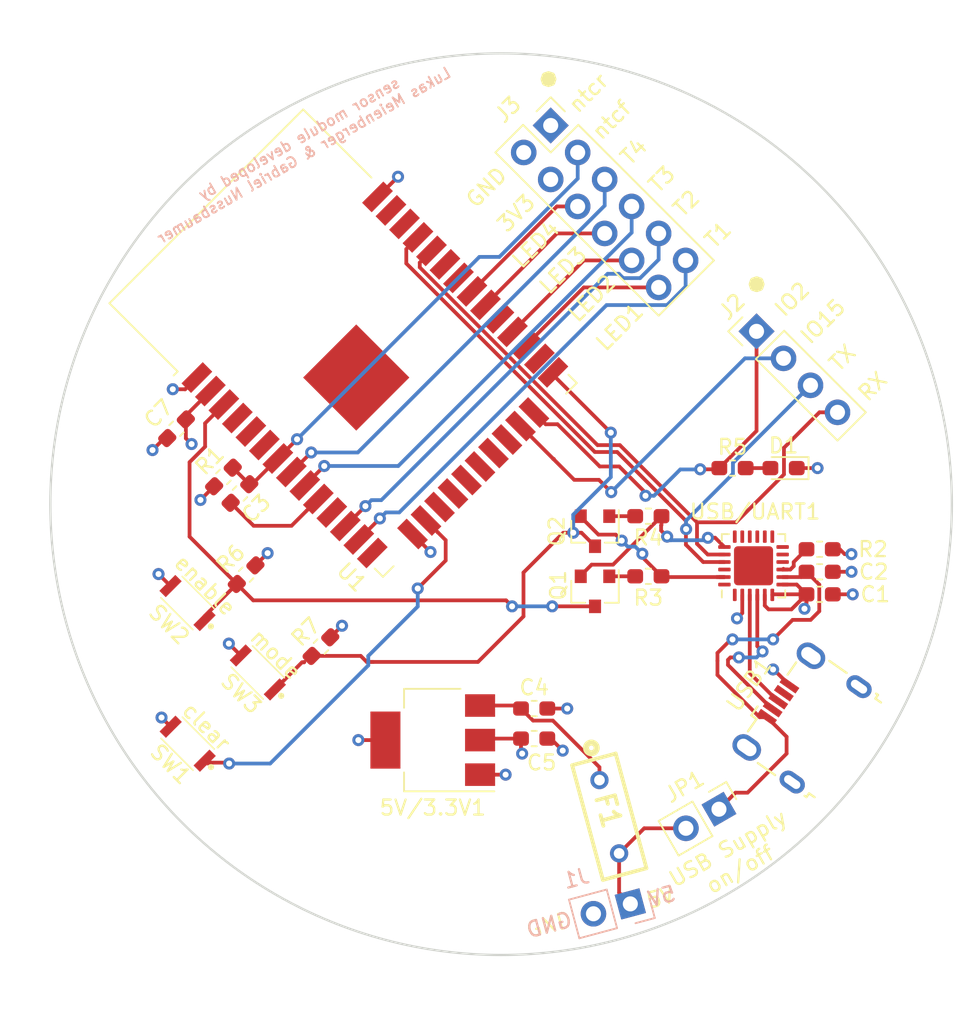
<source format=kicad_pcb>
(kicad_pcb (version 20171130) (host pcbnew "(5.1.4)-1")
  (title_block (title Sensorbaustein) (date 2019-10-19) (rev 1.7))
  (layers (0 F.Cu signal) (1 In1.Cu power hide) (2 In2.Cu power hide) (31 B.Cu signal) (34 B.Paste user) (35 F.Paste user) (36 B.SilkS user) (37 F.SilkS user) (38 B.Mask user) (39 F.Mask user) (44 Edge.Cuts user))
  (net 0 "")
  (net 1 +3V3)
  (net 2 VBUS)
  (net 3 D-)
  (net 4 D+)
  (net 5 RXD)
  (net 6 TXD)
  (net 7 GPIO_15)
  (net 8 GPIO_2)
  (net 9 CHIP_PU)
  (net 10 RTS)
  (net 11 "Net-(Q1-Pad1)")
  (net 12 "Net-(Q2-Pad1)")
  (net 13 DTR)
  (net 14 GPIO_0)
  (net 15 SysReset)
  (net 16 "Net-(USB1-Pad4)")
  (net 17 "Net-(USB/UART1-Pad25)")
  (net 18 "Net-(USB/UART1-Pad1)")
  (net 19 "Net-(USB/UART1-Pad10)")
  (net 20 "Net-(USB/UART1-Pad11)")
  (net 21 "Net-(USB/UART1-Pad12)")
  (net 22 "Net-(USB/UART1-Pad13)")
  (net 23 "Net-(USB/UART1-Pad14)")
  (net 24 "Net-(USB/UART1-Pad15)")
  (net 25 "Net-(USB/UART1-Pad16)")
  (net 26 "Net-(USB/UART1-Pad17)")
  (net 27 "Net-(USB/UART1-Pad18)")
  (net 28 "Net-(USB/UART1-Pad22)")
  (net 29 "Net-(USB/UART1-Pad24)")
  (net 30 LED1)
  (net 31 LED2)
  (net 32 touch1)
  (net 33 touch2)
  (net 34 touch3)
  (net 35 touch4)
  (net 36 LED4)
  (net 37 LED3)
  (net 38 /5V_2)
  (net 39 ntc)
  (net 40 "Net-(D1-Pad2)")
  (net 41 "Net-(R2-Pad2)")
  (net 42 "Net-(U1-Pad37)")
  (net 43 "Net-(U1-Pad36)")
  (net 44 "Net-(U1-Pad33)")
  (net 45 "Net-(U1-Pad32)")
  (net 46 "Net-(U1-Pad29)")
  (net 47 "Net-(U1-Pad26)")
  (net 48 "Net-(U1-Pad22)")
  (net 49 "Net-(U1-Pad21)")
  (net 50 "Net-(U1-Pad20)")
  (net 51 "Net-(U1-Pad19)")
  (net 52 "Net-(U1-Pad18)")
  (net 53 "Net-(U1-Pad17)")
  (net 54 "Net-(U1-Pad14)")
  (net 55 "Net-(U1-Pad11)")
  (net 56 "Net-(U1-Pad6)")
  (net 57 "Net-(U1-Pad5)")
  (net 58 "Net-(U1-Pad4)")
  (net 59 +1V1)
  (net 60 GND)
  (net 61 /5V_1)
  (module Resistor_SMD:R_0603_1608Metric_Pad1.05x0.95mm_HandSolder (layer F.Cu) (at 122.62 104.29 45)
    (fp_text reference R1 (at 0.120208 -2.97692 45) (layer F.SilkS))
    (fp_text value 100k)
    (pad 1 smd roundrect (at -0.875 0 45) (size 1.05 0.95) (layers F.Cu F.Paste F.Mask) (net 59 +1V1))
    (pad 2 smd roundrect (at 0.875 0 45) (size 1.05 0.95) (layers F.Cu F.Paste F.Mask) (net 39 ntc))
  )
  (module RF_Module:ESP32-WROOM-32 (layer F.Cu) (at 131.6 96.4 45)
    (fp_text reference U1 (at -10.61 8.43 135) (layer F.SilkS))
    (fp_text value ESP32-WROOM-32)
    (pad 38 smd rect (at 8.5 -8.255 45) (size 2 0.9) (layers F.Cu F.Paste F.Mask) (net 60 GND))
    (pad 37 smd rect (at 8.5 -6.985 45) (size 2 0.9) (layers F.Cu F.Paste F.Mask) (net 42 "Net-(U1-Pad37)"))
    (pad 36 smd rect (at 8.5 -5.715 45) (size 2 0.9) (layers F.Cu F.Paste F.Mask) (net 43 "Net-(U1-Pad36)"))
    (pad 35 smd rect (at 8.5 -4.445 45) (size 2 0.9) (layers F.Cu F.Paste F.Mask) (net 6 TXD))
    (pad 34 smd rect (at 8.5 -3.175 45) (size 2 0.9) (layers F.Cu F.Paste F.Mask) (net 5 RXD))
    (pad 33 smd rect (at 8.5 -1.905 45) (size 2 0.9) (layers F.Cu F.Paste F.Mask) (net 44 "Net-(U1-Pad33)"))
    (pad 32 smd rect (at 8.5 -0.635 45) (size 2 0.9) (layers F.Cu F.Paste F.Mask) (net 45 "Net-(U1-Pad32)"))
    (pad 31 smd rect (at 8.5 0.635 45) (size 2 0.9) (layers F.Cu F.Paste F.Mask) (net 36 LED4))
    (pad 30 smd rect (at 8.5 1.905 45) (size 2 0.9) (layers F.Cu F.Paste F.Mask) (net 37 LED3))
    (pad 29 smd rect (at 8.5 3.175 45) (size 2 0.9) (layers F.Cu F.Paste F.Mask) (net 46 "Net-(U1-Pad29)"))
    (pad 28 smd rect (at 8.5 4.445 45) (size 2 0.9) (layers F.Cu F.Paste F.Mask) (net 31 LED2))
    (pad 27 smd rect (at 8.5 5.715 45) (size 2 0.9) (layers F.Cu F.Paste F.Mask) (net 30 LED1))
    (pad 26 smd rect (at 8.5 6.985 45) (size 2 0.9) (layers F.Cu F.Paste F.Mask) (net 47 "Net-(U1-Pad26)"))
    (pad 25 smd rect (at 8.5 8.255 45) (size 2 0.9) (layers F.Cu F.Paste F.Mask) (net 14 GPIO_0))
    (pad 24 smd rect (at 5.715 9.255 135) (size 2 0.9) (layers F.Cu F.Paste F.Mask) (net 8 GPIO_2))
    (pad 23 smd rect (at 4.445 9.255 135) (size 2 0.9) (layers F.Cu F.Paste F.Mask) (net 7 GPIO_15))
    (pad 22 smd rect (at 3.175 9.255 135) (size 2 0.9) (layers F.Cu F.Paste F.Mask) (net 48 "Net-(U1-Pad22)"))
    (pad 21 smd rect (at 1.905 9.255 135) (size 2 0.9) (layers F.Cu F.Paste F.Mask) (net 49 "Net-(U1-Pad21)"))
    (pad 20 smd rect (at 0.635 9.255 135) (size 2 0.9) (layers F.Cu F.Paste F.Mask) (net 50 "Net-(U1-Pad20)"))
    (pad 19 smd rect (at -0.635 9.255 135) (size 2 0.9) (layers F.Cu F.Paste F.Mask) (net 51 "Net-(U1-Pad19)"))
    (pad 18 smd rect (at -1.905 9.255 135) (size 2 0.9) (layers F.Cu F.Paste F.Mask) (net 52 "Net-(U1-Pad18)"))
    (pad 17 smd rect (at -3.175 9.255 135) (size 2 0.9) (layers F.Cu F.Paste F.Mask) (net 53 "Net-(U1-Pad17)"))
    (pad 16 smd rect (at -4.445 9.255 135) (size 2 0.9) (layers F.Cu F.Paste F.Mask) (net 15 SysReset))
    (pad 15 smd rect (at -5.715 9.255 135) (size 2 0.9) (layers F.Cu F.Paste F.Mask) (net 60 GND))
    (pad 14 smd rect (at -8.5 8.255 45) (size 2 0.9) (layers F.Cu F.Paste F.Mask) (net 54 "Net-(U1-Pad14)"))
    (pad 13 smd rect (at -8.5 6.985 45) (size 2 0.9) (layers F.Cu F.Paste F.Mask) (net 32 touch1))
    (pad 12 smd rect (at -8.5 5.715 45) (size 2 0.9) (layers F.Cu F.Paste F.Mask) (net 33 touch2))
    (pad 11 smd rect (at -8.5 4.445 45) (size 2 0.9) (layers F.Cu F.Paste F.Mask) (net 55 "Net-(U1-Pad11)"))
    (pad 10 smd rect (at -8.5 3.175 45) (size 2 0.9) (layers F.Cu F.Paste F.Mask) (net 59 +1V1))
    (pad 9 smd rect (at -8.5 1.905 45) (size 2 0.9) (layers F.Cu F.Paste F.Mask) (net 34 touch3))
    (pad 8 smd rect (at -8.5 0.635 45) (size 2 0.9) (layers F.Cu F.Paste F.Mask) (net 35 touch4))
    (pad 7 smd rect (at -8.5 -0.635 45) (size 2 0.9) (layers F.Cu F.Paste F.Mask) (net 39 ntc))
    (pad 6 smd rect (at -8.5 -1.905 45) (size 2 0.9) (layers F.Cu F.Paste F.Mask) (net 56 "Net-(U1-Pad6)"))
    (pad 5 smd rect (at -8.5 -3.175 45) (size 2 0.9) (layers F.Cu F.Paste F.Mask) (net 57 "Net-(U1-Pad5)"))
    (pad 4 smd rect (at -8.5 -4.445 45) (size 2 0.9) (layers F.Cu F.Paste F.Mask) (net 58 "Net-(U1-Pad4)"))
    (pad 3 smd rect (at -8.5 -5.715 45) (size 2 0.9) (layers F.Cu F.Paste F.Mask) (net 9 CHIP_PU))
    (pad 2 smd rect (at -8.5 -6.985 45) (size 2 0.9) (layers F.Cu F.Paste F.Mask) (net 1 +3V3))
    (pad 1 smd rect (at -8.5 -8.255 45) (size 2 0.9) (layers F.Cu F.Paste F.Mask) (net 60 GND))
    (pad 39 smd rect (at -1 -0.755 45) (size 5 5) (layers F.Cu F.Paste F.Mask))
  )
  (module Connector_USB:USB_Micro-B_Wuerth_629105150521 (layer F.Cu) (at 160 119.2 55)
    (fp_text reference USB1 (at -0.205383 -4.1289 235) (layer F.SilkS))
    (fp_text value USB_B_Micro)
    (pad 1 smd rect (at -1.3 -1.9 55) (size 0.45 1.3) (layers F.Cu F.Paste F.Mask) (net 2 VBUS))
    (pad 2 smd rect (at -0.65 -1.9 55) (size 0.45 1.3) (layers F.Cu F.Paste F.Mask) (net 3 D-))
    (pad 3 smd rect (at 0 -1.9 55) (size 0.45 1.3) (layers F.Cu F.Paste F.Mask) (net 4 D+))
    (pad 4 smd rect (at 0.65 -1.9 55) (size 0.45 1.3) (layers F.Cu F.Paste F.Mask) (net 16 "Net-(USB1-Pad4)"))
    (pad 5 smd rect (at 1.3 -1.9 55) (size 0.45 1.3) (layers F.Cu F.Paste F.Mask) (net 60 GND))
    (pad 6 thru_hole oval (at -3.725 -1.85 55) (size 1.45 2) (drill oval 0.85 1.4) (layers *.Cu *.Mask) (net 60 GND))
    (pad 6 thru_hole oval (at 3.725 -1.85 55) (size 1.45 2) (drill oval 0.85 1.4) (layers *.Cu *.Mask) (net 60 GND))
    (pad 6 thru_hole oval (at -3.875 1.95 55) (size 1.15 1.8) (drill oval 0.55 1.2) (layers *.Cu *.Mask) (net 60 GND))
    (pad 6 thru_hole oval (at 3.875 1.95 55) (size 1.15 1.8) (drill oval 0.55 1.2) (layers *.Cu *.Mask) (net 60 GND))
    (pad "" np_thru_hole oval (at -2.5 -0.8 55) (size 0.8 0.8) (drill 0.8) (layers *.Cu *.Mask))
    (pad "" np_thru_hole oval (at 2.5 -0.8 55) (size 0.8 0.8) (drill 0.8) (layers *.Cu *.Mask))
  )
  (module Package_TO_SOT_SMD:SOT-23 (layer F.Cu) (at 146.25 110.8 270)
    (fp_text reference Q1 (at -0.4 2.45 90) (layer F.SilkS))
    (fp_text value MMBT3904)
    (pad 1 smd rect (at -1 -0.95 270) (size 0.9 0.8) (layers F.Cu F.Paste F.Mask) (net 11 "Net-(Q1-Pad1)"))
    (pad 2 smd rect (at -1 0.95 270) (size 0.9 0.8) (layers F.Cu F.Paste F.Mask) (net 10 RTS))
    (pad 3 smd rect (at 1 0 270) (size 0.9 0.8) (layers F.Cu F.Paste F.Mask) (net 9 CHIP_PU))
  )
  (module Package_TO_SOT_SMD:SOT-23 (layer F.Cu) (at 146.25 106.8 270)
    (fp_text reference Q2 (at 0 2.55 90) (layer F.SilkS))
    (fp_text value MMBT3904)
    (pad 1 smd rect (at -1 -0.95 270) (size 0.9 0.8) (layers F.Cu F.Paste F.Mask) (net 12 "Net-(Q2-Pad1)"))
    (pad 2 smd rect (at -1 0.95 270) (size 0.9 0.8) (layers F.Cu F.Paste F.Mask) (net 13 DTR))
    (pad 3 smd rect (at 1 0 270) (size 0.9 0.8) (layers F.Cu F.Paste F.Mask) (net 14 GPIO_0))
  )
  (module Package_DFN_QFN:QFN-24-1EP_4x4mm_P0.5mm_EP2.6x2.6mm (layer F.Cu) (at 156.8 109.1 90)
    (fp_text reference USB/UART1 (at 3.6 0.1 180) (layer F.SilkS))
    (fp_text value CP2104)
    (pad 25 smd roundrect (at 0 0 90) (size 2.6 2.6) (layers F.Cu F.Mask) (roundrect_rratio 0.096154) (net 17 "Net-(USB/UART1-Pad25)"))
    (pad 1 smd roundrect (at -1.9375 -1.25 90) (size 0.825 0.25) (layers F.Cu F.Paste F.Mask) (net 18 "Net-(USB/UART1-Pad1)"))
    (pad 2 smd roundrect (at -1.9375 -0.75 90) (size 0.825 0.25) (layers F.Cu F.Paste F.Mask) (net 60 GND))
    (pad 3 smd roundrect (at -1.9375 -0.25 90) (size 0.825 0.25) (layers F.Cu F.Paste F.Mask) (net 4 D+))
    (pad 4 smd roundrect (at -1.9375 0.25 90) (size 0.825 0.25) (layers F.Cu F.Paste F.Mask) (net 3 D-))
    (pad 5 smd roundrect (at -1.9375 0.75 90) (size 0.825 0.25) (layers F.Cu F.Paste F.Mask) (net 1 +3V3))
    (pad 6 smd roundrect (at -1.9375 1.25 90) (size 0.825 0.25) (layers F.Cu F.Paste F.Mask) (net 1 +3V3))
    (pad 7 smd roundrect (at -1.25 1.9375 90) (size 0.25 0.825) (layers F.Cu F.Paste F.Mask) (net 1 +3V3))
    (pad 8 smd roundrect (at -0.75 1.9375 90) (size 0.25 0.825) (layers F.Cu F.Paste F.Mask) (net 2 VBUS))
    (pad 9 smd roundrect (at -0.25 1.9375 90) (size 0.25 0.825) (layers F.Cu F.Paste F.Mask) (net 41 "Net-(R2-Pad2)"))
    (pad 10 smd roundrect (at 0.25 1.9375 90) (size 0.25 0.825) (layers F.Cu F.Paste F.Mask) (net 19 "Net-(USB/UART1-Pad10)"))
    (pad 11 smd roundrect (at 0.75 1.9375 90) (size 0.25 0.825) (layers F.Cu F.Paste F.Mask) (net 20 "Net-(USB/UART1-Pad11)"))
    (pad 12 smd roundrect (at 1.25 1.9375 90) (size 0.25 0.825) (layers F.Cu F.Paste F.Mask) (net 21 "Net-(USB/UART1-Pad12)"))
    (pad 13 smd roundrect (at 1.9375 1.25 90) (size 0.825 0.25) (layers F.Cu F.Paste F.Mask) (net 22 "Net-(USB/UART1-Pad13)"))
    (pad 14 smd roundrect (at 1.9375 0.75 90) (size 0.825 0.25) (layers F.Cu F.Paste F.Mask) (net 23 "Net-(USB/UART1-Pad14)"))
    (pad 15 smd roundrect (at 1.9375 0.25 90) (size 0.825 0.25) (layers F.Cu F.Paste F.Mask) (net 24 "Net-(USB/UART1-Pad15)"))
    (pad 16 smd roundrect (at 1.9375 -0.25 90) (size 0.825 0.25) (layers F.Cu F.Paste F.Mask) (net 25 "Net-(USB/UART1-Pad16)"))
    (pad 17 smd roundrect (at 1.9375 -0.75 90) (size 0.825 0.25) (layers F.Cu F.Paste F.Mask) (net 26 "Net-(USB/UART1-Pad17)"))
    (pad 18 smd roundrect (at 1.9375 -1.25 90) (size 0.825 0.25) (layers F.Cu F.Paste F.Mask) (net 27 "Net-(USB/UART1-Pad18)"))
    (pad 19 smd roundrect (at 1.25 -1.9375 90) (size 0.25 0.825) (layers F.Cu F.Paste F.Mask) (net 10 RTS))
    (pad 20 smd roundrect (at 0.75 -1.9375 90) (size 0.25 0.825) (layers F.Cu F.Paste F.Mask) (net 5 RXD))
    (pad 21 smd roundrect (at 0.25 -1.9375 90) (size 0.25 0.825) (layers F.Cu F.Paste F.Mask) (net 6 TXD))
    (pad 22 smd roundrect (at -0.25 -1.9375 90) (size 0.25 0.825) (layers F.Cu F.Paste F.Mask) (net 28 "Net-(USB/UART1-Pad22)"))
    (pad 23 smd roundrect (at -0.75 -1.9375 90) (size 0.25 0.825) (layers F.Cu F.Paste F.Mask) (net 13 DTR))
    (pad 24 smd roundrect (at -1.25 -1.9375 90) (size 0.25 0.825) (layers F.Cu F.Paste F.Mask) (net 29 "Net-(USB/UART1-Pad24)"))
  )
  (module Capacitor_SMD:C_0603_1608Metric_Pad1.05x0.95mm_HandSolder (layer F.Cu) (at 161.2 111)
    (fp_text reference C1 (at 3.7 0) (layer F.SilkS))
    (fp_text value 4.7uF)
    (pad 2 smd roundrect (at 0.875 0) (size 1.05 0.95) (layers F.Cu F.Paste F.Mask) (net 60 GND))
    (pad 1 smd roundrect (at -0.875 0) (size 1.05 0.95) (layers F.Cu F.Paste F.Mask) (net 1 +3V3))
  )
  (module LED_SMD:LED_0603_1608Metric_Pad1.05x0.95mm_HandSolder (layer F.Cu) (at 158.8 102.6 180)
    (fp_text reference D1 (at 0 1.5) (layer F.SilkS))
    (fp_text value 150060BS55040)
    (pad 1 smd roundrect (at -0.875 0 180) (size 1.05 0.95) (layers F.Cu F.Paste F.Mask) (net 60 GND))
    (pad 2 smd roundrect (at 0.875 0 180) (size 1.05 0.95) (layers F.Cu F.Paste F.Mask) (net 40 "Net-(D1-Pad2)"))
  )
  (module Resistor_SMD:R_0603_1608Metric_Pad1.05x0.95mm_HandSolder (layer F.Cu) (at 161.2 108 180)
    (fp_text reference R2 (at -3.55 0) (layer F.SilkS))
    (fp_text value 10k)
    (pad 1 smd roundrect (at -0.875 0 180) (size 1.05 0.95) (layers F.Cu F.Paste F.Mask) (net 1 +3V3))
    (pad 2 smd roundrect (at 0.875 0 180) (size 1.05 0.95) (layers F.Cu F.Paste F.Mask) (net 41 "Net-(R2-Pad2)"))
  )
  (module Resistor_SMD:R_0603_1608Metric_Pad1.05x0.95mm_HandSolder (layer F.Cu) (at 149.8 109.8 180)
    (fp_text reference R3 (at 0 -1.43) (layer F.SilkS))
    (fp_text value 10k)
    (pad 1 smd roundrect (at -0.875 0 180) (size 1.05 0.95) (layers F.Cu F.Paste F.Mask) (net 13 DTR))
    (pad 2 smd roundrect (at 0.875 0 180) (size 1.05 0.95) (layers F.Cu F.Paste F.Mask) (net 11 "Net-(Q1-Pad1)"))
  )
  (module Resistor_SMD:R_0603_1608Metric_Pad1.05x0.95mm_HandSolder (layer F.Cu) (at 149.8 105.8 180)
    (fp_text reference R4 (at 0 -1.43) (layer F.SilkS))
    (fp_text value 10k)
    (pad 2 smd roundrect (at 0.875 0 180) (size 1.05 0.95) (layers F.Cu F.Paste F.Mask) (net 12 "Net-(Q2-Pad1)"))
    (pad 1 smd roundrect (at -0.875 0 180) (size 1.05 0.95) (layers F.Cu F.Paste F.Mask) (net 10 RTS))
  )
  (module Resistor_SMD:R_0603_1608Metric_Pad1.05x0.95mm_HandSolder (layer F.Cu) (at 155.4 102.6 180)
    (fp_text reference R5 (at 0 1.4) (layer F.SilkS))
    (fp_text value 220)
    (pad 1 smd roundrect (at -0.875 0 180) (size 1.05 0.95) (layers F.Cu F.Paste F.Mask) (net 40 "Net-(D1-Pad2)"))
    (pad 2 smd roundrect (at 0.875 0 180) (size 1.05 0.95) (layers F.Cu F.Paste F.Mask) (net 8 GPIO_2))
  )
  (module Resistor_SMD:R_0603_1608Metric_Pad1.05x0.95mm_HandSolder (layer F.Cu) (at 123.03 109.69 225)
    (fp_text reference R6 (at -0.018019 1.476372 45) (layer F.SilkS))
    (fp_text value 10k)
    (pad 2 smd roundrect (at 0.875 0 225) (size 1.05 0.95) (layers F.Cu F.Paste F.Mask) (net 9 CHIP_PU))
    (pad 1 smd roundrect (at -0.875 0 225) (size 1.05 0.95) (layers F.Cu F.Paste F.Mask) (net 1 +3V3))
  )
  (module Resistor_SMD:R_0603_1608Metric_Pad1.05x0.95mm_HandSolder (layer F.Cu) (at 128.011282 114.478718 225)
    (fp_text reference R7 (at 0.023026 1.407142 45) (layer F.SilkS))
    (fp_text value 10k)
    (pad 2 smd roundrect (at 0.875 0 225) (size 1.05 0.95) (layers F.Cu F.Paste F.Mask) (net 14 GPIO_0))
    (pad 1 smd roundrect (at -0.875 0 225) (size 1.05 0.95) (layers F.Cu F.Paste F.Mask) (net 1 +3V3))
  )
  (module Capacitor_SMD:C_0603_1608Metric_Pad1.05x0.95mm_HandSolder (layer F.Cu) (at 118.4 99.981282 225)
    (fp_text reference C7 (at 0.141421 1.555635 45) (layer F.SilkS))
    (fp_text value 10uF)
    (pad 2 smd roundrect (at 0.875 0 225) (size 1.05 0.95) (layers F.Cu F.Paste F.Mask) (net 60 GND))
    (pad 1 smd roundrect (at -0.875 0 225) (size 1.05 0.95) (layers F.Cu F.Paste F.Mask) (net 1 +3V3))
  )
  (module Capacitor_SMD:C_0603_1608Metric_Pad1.05x0.95mm_HandSolder (layer F.Cu) (at 161.2 109.5)
    (fp_text reference C2 (at 3.6 0) (layer F.SilkS))
    (fp_text value 100nF)
    (pad 1 smd roundrect (at -0.875 0) (size 1.05 0.95) (layers F.Cu F.Paste F.Mask) (net 2 VBUS))
    (pad 2 smd roundrect (at 0.875 0) (size 1.05 0.95) (layers F.Cu F.Paste F.Mask) (net 60 GND))
  )
  (module Connector_PinHeader_2.54mm:PinHeader_1x02_P2.54mm_Vertical (layer B.Cu) (at 148.6 131.6 105)
    (fp_text reference J1 (at 2.573822 -3.037341 15) (layer B.SilkS) (effects (justify mirror)))
    (fp_text value Conn_01x02_Male)
    (pad 1 thru_hole rect (at 0 0 105) (size 1.7 1.7) (drill 1) (layers *.Cu *.Mask) (net 61 /5V_1))
    (pad 2 thru_hole oval (at 0 -2.54 105) (size 1.7 1.7) (drill 1) (layers *.Cu *.Mask) (net 60 GND))
  )
  (module Capacitor_SMD:C_0603_1608Metric_Pad1.05x0.95mm_HandSolder (layer F.Cu) (at 142.2 118.6)
    (fp_text reference C4 (at 0 -1.4) (layer F.SilkS))
    (fp_text value 10uF)
    (pad 2 smd roundrect (at 0.875 0) (size 1.05 0.95) (layers F.Cu F.Paste F.Mask) (net 60 GND))
    (pad 1 smd roundrect (at -0.875 0) (size 1.05 0.95) (layers F.Cu F.Paste F.Mask) (net 38 /5V_2))
  )
  (module Capacitor_SMD:C_0603_1608Metric_Pad1.05x0.95mm_HandSolder (layer F.Cu) (at 142.2 120.6)
    (fp_text reference C5 (at 0.5 1.6) (layer F.SilkS))
    (fp_text value 10uF)
    (pad 1 smd roundrect (at -0.875 0) (size 1.05 0.95) (layers F.Cu F.Paste F.Mask) (net 1 +3V3))
    (pad 2 smd roundrect (at 0.875 0) (size 1.05 0.95) (layers F.Cu F.Paste F.Mask) (net 60 GND))
  )
  (module Package_TO_SOT_SMD:SOT-223-3_TabPin2 (layer F.Cu) (at 135.45 120.7 180)
    (fp_text reference 5V/3.3V1 (at 0 -4.5) (layer F.SilkS))
    (fp_text value AZ1117EH-3.3TRG1)
    (pad 2 smd rect (at 3.15 0 180) (size 2 3.8) (layers F.Cu F.Paste F.Mask) (net 1 +3V3))
    (pad 2 smd rect (at -3.15 0 180) (size 2 1.5) (layers F.Cu F.Paste F.Mask) (net 1 +3V3))
    (pad 3 smd rect (at -3.15 2.3 180) (size 2 1.5) (layers F.Cu F.Paste F.Mask) (net 38 /5V_2))
    (pad 1 smd rect (at -3.15 -2.3 180) (size 2 1.5) (layers F.Cu F.Paste F.Mask) (net 60 GND))
  )
  (module Capacitor_SMD:C_0603_1608Metric_Pad1.05x0.95mm_HandSolder (layer F.Cu) (at 121.52 103.19 225)
    (fp_text reference C3 (at -0.049497 -3.033488 45) (layer F.SilkS))
    (fp_text value 1uF)
    (pad 1 smd roundrect (at -0.875 0 225) (size 1.05 0.95) (layers F.Cu F.Paste F.Mask) (net 39 ntc))
    (pad 2 smd roundrect (at 0.875 0 225) (size 1.05 0.95) (layers F.Cu F.Paste F.Mask) (net 60 GND))
  )
  (module RXEF050:RXEF050 (layer F.Cu) (at 147.2 125.8 285)
    (fp_text reference F1 (at -0.43163 -0.03882 105) (layer F.SilkS) (effects (font (size 1.27 1.27) (thickness 0.254))))
    (fp_text value RXEF065 hide)
    (pad 2 thru_hole circle (at 2.525 0 285) (size 1.21 1.21) (drill 0.71) (layers *.Cu *.Mask) (net 61 /5V_1))
    (pad 1 thru_hole circle (at -2.525 0 285) (size 1.21 1.21) (drill 0.71) (layers *.Cu *.Mask) (net 38 /5V_2))
  )
  (module Connector_PinHeader_2.54mm:PinHeader_1x04_P2.54mm_Vertical (layer F.Cu) (at 157 93.5 45)
    (fp_text reference J2 (at 0 -2.33 45) (layer F.SilkS))
    (fp_text value Conn_01x04_Male)
    (pad 1 thru_hole rect (at 0 0 45) (size 1.7 1.7) (drill 1) (layers *.Cu *.Mask) (net 8 GPIO_2))
    (pad 2 thru_hole oval (at 0 2.54 45) (size 1.7 1.7) (drill 1) (layers *.Cu *.Mask) (net 7 GPIO_15))
    (pad 3 thru_hole oval (at 0 5.08 45) (size 1.7 1.7) (drill 1) (layers *.Cu *.Mask) (net 6 TXD))
    (pad 4 thru_hole oval (at 0 7.62 45) (size 1.7 1.7) (drill 1) (layers *.Cu *.Mask) (net 5 RXD))
  )
  (module Connector_PinSocket_2.54mm:PinSocket_2x06_P2.54mm_Vertical (layer F.Cu) (at 143.3 79.8 45)
    (fp_text reference J3 (at -1.27 -2.77 45) (layer F.SilkS))
    (fp_text value Conn_02x06_Odd_Even)
    (pad 1 thru_hole rect (at 0 0 45) (size 1.7 1.7) (drill 1) (layers *.Cu *.Mask) (net 60 GND))
    (pad 2 thru_hole oval (at -2.54 0 45) (size 1.7 1.7) (drill 1) (layers *.Cu *.Mask) (net 60 GND))
    (pad 3 thru_hole oval (at 0 2.54 45) (size 1.7 1.7) (drill 1) (layers *.Cu *.Mask) (net 39 ntc))
    (pad 4 thru_hole oval (at -2.54 2.54 45) (size 1.7 1.7) (drill 1) (layers *.Cu *.Mask) (net 1 +3V3))
    (pad 5 thru_hole oval (at 0 5.08 45) (size 1.7 1.7) (drill 1) (layers *.Cu *.Mask) (net 35 touch4))
    (pad 6 thru_hole oval (at -2.54 5.08 45) (size 1.7 1.7) (drill 1) (layers *.Cu *.Mask) (net 36 LED4))
    (pad 7 thru_hole oval (at 0 7.62 45) (size 1.7 1.7) (drill 1) (layers *.Cu *.Mask) (net 34 touch3))
    (pad 8 thru_hole oval (at -2.54 7.62 45) (size 1.7 1.7) (drill 1) (layers *.Cu *.Mask) (net 37 LED3))
    (pad 9 thru_hole oval (at 0 10.16 45) (size 1.7 1.7) (drill 1) (layers *.Cu *.Mask) (net 33 touch2))
    (pad 10 thru_hole oval (at -2.54 10.16 45) (size 1.7 1.7) (drill 1) (layers *.Cu *.Mask) (net 31 LED2))
    (pad 11 thru_hole oval (at 0 12.7 45) (size 1.7 1.7) (drill 1) (layers *.Cu *.Mask) (net 32 touch1))
    (pad 12 thru_hole oval (at -2.54 12.7 45) (size 1.7 1.7) (drill 1) (layers *.Cu *.Mask) (net 30 LED1))
  )
  (module TL3780AF100QG:TL3750AF240QG (layer F.Cu) (at 119.14 120.94 135)
    (fp_text reference SW1 (at -0.155563 -1.767767 135) (layer F.SilkS))
    (fp_text value TL3780AF100QG hide)
    (pad 1 smd rect (at -1.6 0 135) (size 0.6 1.5) (layers F.Cu F.Paste F.Mask) (net 15 SysReset))
    (pad 2 smd rect (at 1.6 0 135) (size 0.6 1.5) (layers F.Cu F.Paste F.Mask) (net 60 GND))
  )
  (module TL3780AF100QG:TL3750AF240QG (layer F.Cu) (at 119.13 111.58 135)
    (fp_text reference SW2 (at -0.13435 -1.873833 135) (layer F.SilkS))
    (fp_text value TL3780AF100QG hide)
    (pad 2 smd rect (at 1.6 0 135) (size 0.6 1.5) (layers F.Cu F.Paste F.Mask) (net 60 GND))
    (pad 1 smd rect (at -1.6 0 135) (size 0.6 1.5) (layers F.Cu F.Paste F.Mask) (net 9 CHIP_PU))
  )
  (module TL3780AF100QG:TL3750AF240QG (layer F.Cu) (at 123.81 116.2 135)
    (fp_text reference SW3 (at -0.205061 -1.774838 135) (layer F.SilkS))
    (fp_text value TL3780AF100QG hide)
    (pad 2 smd rect (at 1.6 0 135) (size 0.6 1.5) (layers F.Cu F.Paste F.Mask) (net 60 GND))
    (pad 1 smd rect (at -1.6 0 135) (size 0.6 1.5) (layers F.Cu F.Paste F.Mask) (net 14 GPIO_0))
  )
  (module Connector_PinHeader_2.54mm:PinHeader_1x02_P2.54mm_Vertical (layer F.Cu) (at 154.5 125.3 300)
    (fp_text reference JP1 (at -2.449038 1.241858 210) (layer F.SilkS))
    (fp_text value Conn_01x02_Male)
    (pad 1 thru_hole rect (at 0 0 300) (size 1.7 1.7) (drill 1) (layers *.Cu *.Mask) (net 2 VBUS))
    (pad 2 thru_hole oval (at 0 2.54 300) (size 1.7 1.7) (drill 1) (layers *.Cu *.Mask) (net 61 /5V_1))
  )
  (module MountingHole:MountingHole_3.2mm_M3_ISO14580 (layer F.Cu) (at 114 105)
    (fp_text reference H1 hide)
    (fp_text value MountingHole)
    (pad 1 np_thru_hole circle (at 0 0) (size 3.2 3.2) (drill 3.2) (layers *.Cu *.Mask))
  )
  (module MountingHole:MountingHole_3.2mm_M3_ISO14580 (layer F.Cu) (at 166 105)
    (fp_text reference H2 hide)
    (fp_text value MountingHole)
    (pad 1 np_thru_hole circle (at 0 0) (size 3.2 3.2) (drill 3.2) (layers *.Cu *.Mask))
  )
  (gr_text "sensor module developed by \nLukas Meienberger & Gabriel Nussbaumer" (at 126.6 81.3 30) (layer B.SilkS) (effects (font (size 0.7 0.7) (thickness 0.125)) (justify mirror)))
  (gr_text "USB Supply\non/off" (at 155.5 128.6 30) (layer F.SilkS) (effects (font (size 1 1))))
  (gr_text mode (at 125 115 315) (layer F.SilkS) (effects (font (size 1 1))))
  (gr_text enable (at 120.3 110.4 315) (layer F.SilkS) (effects (font (size 1 1))))
  (gr_text clear (at 120.4 119.8 315) (layer F.SilkS) (effects (font (size 1 1))))
  (gr_text ° (at 157.58 90.94 45) (layer F.SilkS) (effects (font (size 2 2) (thickness 0.5))))
  (gr_text ° (at 143.73 77.29 45) (layer F.SilkS) (effects (font (size 2 2) (thickness 0.5))))
  (gr_text RX (at 164.73 97.17 45) (layer F.SilkS) (effects (font (size 1 1))))
  (gr_text TX (at 162.72 95.27 45) (layer F.SilkS) (effects (font (size 1 1))))
  (gr_text IO15 (at 161.42 92.84 45) (layer F.SilkS) (effects (font (size 1 1))))
  (gr_text IO2 (at 159.37 91.36 45) (layer F.SilkS) (effects (font (size 1 1))))
  (gr_text LED1 (at 147.89 93.22 45) (layer F.SilkS) (effects (font (size 1 1))))
  (gr_text LED2 (at 146.04 91.3 45) (layer F.SilkS) (effects (font (size 1 1))))
  (gr_text LED3 (at 144.13 89.45 45) (layer F.SilkS) (effects (font (size 1 1))))
  (gr_text LED4 (at 142.3 87.72 45) (layer F.SilkS) (effects (font (size 1 1))))
  (gr_text 3V3 (at 141.01 85.64 45) (layer F.SilkS) (effects (font (size 1 1))))
  (gr_text T1 (at 154.44 87.07 45) (layer F.SilkS) (effects (font (size 1 1))))
  (gr_text T2 (at 152.33 84.98 45) (layer F.SilkS) (effects (font (size 1 1))))
  (gr_text T4 (at 148.83 81.54 45) (layer F.SilkS) (effects (font (size 1 1))))
  (gr_text T3 (at 150.7 83.38 45) (layer F.SilkS) (effects (font (size 1 1))))
  (gr_text ntcf (at 147.35 79.43 45) (layer F.SilkS) (effects (font (size 1 1))))
  (gr_text GND (at 139.03 83.92 45) (layer F.SilkS) (effects (font (size 1 1))))
  (gr_text ntcr (at 145.8 77.62 45) (layer F.SilkS) (effects (font (size 1 1))))
  (gr_text GND (at 143.2 133 15) (layer F.SilkS) (effects (font (size 1 1))))
  (gr_text 5V (at 150.6 131.2 15) (layer F.SilkS) (effects (font (size 1 1))))
  (gr_text GND (at 143.2 133 15) (layer B.SilkS) (effects (font (size 1 1)) (justify mirror)))
  (gr_text 5V (at 150.7 131.1 15) (layer B.SilkS) (effects (font (size 1 1)) (justify mirror)))
  (gr_circle (center 140 105) (end 170 105) (layer Edge.Cuts) (width 0.15))
  (segment (start 158.0875 111) (end 158.05 111.0375) (width 0.25) (layer F.Cu) (net 1))
  (segment (start 160.325 111) (end 158.0875 111) (width 0.25) (layer F.Cu) (net 1))
  (segment (start 159.675 110.35) (end 160.325 111) (width 0.25) (layer F.Cu) (net 1))
  (segment (start 158.7375 110.35) (end 159.675 110.35) (width 0.25) (layer F.Cu) (net 1))
  (segment (start 159.325 112) (end 160.325 111) (width 0.25) (layer F.Cu) (net 1))
  (segment (start 157.8 112) (end 159.325 112) (width 0.25) (layer F.Cu) (net 1))
  (segment (start 157.55 111.0375) (end 157.55 111.75) (width 0.25) (layer F.Cu) (net 1))
  (segment (start 157.55 111.75) (end 157.8 112) (width 0.25) (layer F.Cu) (net 1))
  (segment (start 120.650451 97.471267) (end 120.650451 97.549549) (width 0.25) (layer F.Cu) (net 1))
  (segment (start 162.540364 108) (end 162.865374 108.32501) (width 0.25) (layer F.Cu) (net 1))
  (segment (start 162.075 108) (end 162.540364 108) (width 0.25) (layer F.Cu) (net 1))
  (segment (start 162.865374 108.32501) (end 163.31499 108.32501) (width 0.25) (layer F.Cu) (net 1))
  (segment (start 163.31499 108.32501) (end 163.34 108.32501) (width 0.25) (layer F.Cu) (net 1))
  (via (at 163.31499 108.32501) (size 0.8) (drill 0.4) (layers F.Cu B.Cu) (net 1))
  (segment (start 160.325 111.575) (end 160.19 111.71) (width 0.25) (layer F.Cu) (net 1))
  (segment (start 160.325 111) (end 160.325 111.575) (width 0.25) (layer F.Cu) (net 1))
  (segment (start 160.19 111.71) (end 160.19 111.96) (width 0.25) (layer F.Cu) (net 1))
  (segment (start 160.19 111.96) (end 160.19 111.96) (width 0.25) (layer F.Cu) (net 1))
  (via (at 160.19 111.96) (size 0.8) (drill 0.4) (layers F.Cu B.Cu) (net 1))
  (segment (start 119.018718 99.103) (end 119.018718 99.362564) (width 0.25) (layer F.Cu) (net 1))
  (segment (start 120.650451 97.471267) (end 119.018718 99.103) (width 0.25) (layer F.Cu) (net 1))
  (segment (start 138.7 120.6) (end 138.6 120.7) (width 0.25) (layer F.Cu) (net 1))
  (segment (start 141.325 120.6) (end 138.7 120.6) (width 0.25) (layer F.Cu) (net 1))
  (segment (start 141.325 120.6) (end 141.325 121.175) (width 0.25) (layer F.Cu) (net 1))
  (segment (start 132.3 120.7) (end 131.05 120.7) (width 0.25) (layer F.Cu) (net 1))
  (segment (start 131.05 120.7) (end 130.5 120.7) (width 0.25) (layer F.Cu) (net 1))
  (via (at 130.5 120.7) (size 0.8) (drill 0.4) (layers F.Cu B.Cu) (net 1))
  (via (at 119.4 101) (size 0.8) (drill 0.4) (layers F.Cu B.Cu) (net 1))
  (segment (start 119.018718 99.362564) (end 119.018718 100.618718) (width 0.25) (layer F.Cu) (net 1))
  (segment (start 119.018718 100.618718) (end 119.4 101) (width 0.25) (layer F.Cu) (net 1))
  (via (at 141.4 121.6) (size 0.8) (drill 0.4) (layers F.Cu B.Cu) (net 1))
  (segment (start 141.325 121.175) (end 141.325 121.525) (width 0.25) (layer F.Cu) (net 1))
  (segment (start 141.325 121.525) (end 141.4 121.6) (width 0.25) (layer F.Cu) (net 1))
  (via (at 129.41 113.09) (size 0.8) (drill 0.4) (layers F.Cu B.Cu) (net 1))
  (segment (start 128.63 113.86) (end 128.64 113.86) (width 0.25) (layer F.Cu) (net 1))
  (segment (start 128.64 113.86) (end 129.41 113.09) (width 0.25) (layer F.Cu) (net 1))
  (via (at 124.46 108.26) (size 0.8) (drill 0.4) (layers F.Cu B.Cu) (net 1))
  (segment (start 123.648718 109.071282) (end 124.46 108.26) (width 0.25) (layer F.Cu) (net 1))
  (segment (start 157.205686 119.175102) (end 154.4 116.369416) (width 0.25) (layer F.Cu) (net 2))
  (segment (start 157.697962 119.175102) (end 157.205686 119.175102) (width 0.25) (layer F.Cu) (net 2))
  (segment (start 154.4 116.369416) (end 154.4 115.422904) (width 0.25) (layer F.Cu) (net 2))
  (segment (start 154.4 115.422904) (end 154.4 114.9) (width 0.25) (layer F.Cu) (net 2))
  (segment (start 154.4 114.9) (end 155.3 114) (width 0.25) (layer F.Cu) (net 2))
  (via (at 155.4 114) (size 0.8) (drill 0.4) (layers F.Cu B.Cu) (net 2))
  (segment (start 155.3 114) (end 155.4 114) (width 0.25) (layer F.Cu) (net 2))
  (segment (start 155.4 114) (end 158.1 114) (width 0.25) (layer B.Cu) (net 2))
  (via (at 158.1 114) (size 0.8) (drill 0.4) (layers F.Cu B.Cu) (net 2))
  (segment (start 158.1 114) (end 158.125001 114.025001) (width 0.25) (layer B.Cu) (net 2))
  (segment (start 159.975 109.85) (end 158.7375 109.85) (width 0.25) (layer F.Cu) (net 2))
  (segment (start 160.325 109.5) (end 159.975 109.85) (width 0.25) (layer F.Cu) (net 2))
  (segment (start 161.17501 110.35001) (end 160.325 109.5) (width 0.25) (layer F.Cu) (net 2))
  (segment (start 161.17501 112.12499) (end 161.17501 110.35001) (width 0.25) (layer F.Cu) (net 2))
  (segment (start 160.6 112.7) (end 161.17501 112.12499) (width 0.25) (layer F.Cu) (net 2))
  (segment (start 158.1 114) (end 159.4 112.7) (width 0.25) (layer F.Cu) (net 2))
  (segment (start 159.4 112.7) (end 160.6 112.7) (width 0.25) (layer F.Cu) (net 2))
  (segment (start 155.6 124.2) (end 154.5 125.3) (width 0.25) (layer F.Cu) (net 2))
  (segment (start 156.4 124.2) (end 155.6 124.2) (width 0.25) (layer F.Cu) (net 2))
  (segment (start 159 121.6) (end 156.4 124.2) (width 0.25) (layer F.Cu) (net 2))
  (segment (start 157.697962 119.175102) (end 159 120.47714) (width 0.25) (layer F.Cu) (net 2))
  (segment (start 159 120.47714) (end 159 121.6) (width 0.25) (layer F.Cu) (net 2))
  (segment (start 157.05 111.0375) (end 157.05 114.45) (width 0.25) (layer F.Cu) (net 3))
  (segment (start 157.05 114.45) (end 157.4 114.8) (width 0.25) (layer F.Cu) (net 3))
  (via (at 157.4 114.8) (size 0.8) (drill 0.4) (layers F.Cu B.Cu) (net 3))
  (segment (start 157.000001 115.199999) (end 156.100001 115.199999) (width 0.25) (layer B.Cu) (net 3))
  (segment (start 157.4 114.8) (end 157.000001 115.199999) (width 0.25) (layer B.Cu) (net 3))
  (via (at 155.825 115.199999) (size 0.8) (drill 0.4) (layers F.Cu B.Cu) (net 3))
  (segment (start 156.100001 115.199999) (end 155.825 115.199999) (width 0.25) (layer B.Cu) (net 3))
  (segment (start 155.259315 115.199999) (end 155.1 115.359314) (width 0.25) (layer F.Cu) (net 3))
  (segment (start 155.825 115.199999) (end 155.259315 115.199999) (width 0.25) (layer F.Cu) (net 3))
  (segment (start 158.043436 118.642654) (end 158.070786 118.642654) (width 0.25) (layer F.Cu) (net 3))
  (segment (start 155.1 115.699218) (end 158.043436 118.642654) (width 0.25) (layer F.Cu) (net 3))
  (segment (start 155.1 115.359314) (end 155.1 115.699218) (width 0.25) (layer F.Cu) (net 3))
  (segment (start 158.416261 118.110205) (end 158.443611 118.110205) (width 0.25) (layer F.Cu) (net 4))
  (segment (start 156.55 116.243944) (end 158.416261 118.110205) (width 0.25) (layer F.Cu) (net 4))
  (segment (start 156.55 111.0375) (end 156.55 116.243944) (width 0.25) (layer F.Cu) (net 4))
  (segment (start 154.8625 108.35) (end 153.85 108.35) (width 0.25) (layer F.Cu) (net 5))
  (segment (start 153.85 108.35) (end 153.75 108.35) (width 0.25) (layer F.Cu) (net 5))
  (segment (start 153.037652 107.637652) (end 153.75 108.35) (width 0.25) (layer F.Cu) (net 5))
  (segment (start 153.037652 106.205732) (end 153.037652 107.637652) (width 0.25) (layer F.Cu) (net 5))
  (segment (start 161.186073 98.888154) (end 162.388154 98.888154) (width 0.25) (layer F.Cu) (net 5))
  (segment (start 158.82499 101.249237) (end 161.186073 98.888154) (width 0.25) (layer F.Cu) (net 5))
  (segment (start 158.82499 103.02052) (end 158.82499 101.249237) (width 0.25) (layer F.Cu) (net 5))
  (segment (start 155.639778 106.205732) (end 158.82499 103.02052) (width 0.25) (layer F.Cu) (net 5))
  (segment (start 153.037652 106.205732) (end 155.639778 106.205732) (width 0.25) (layer F.Cu) (net 5))
  (segment (start 147.90192 101.07) (end 153.037652 106.205732) (width 0.25) (layer F.Cu) (net 5))
  (segment (start 146.416965 101.07) (end 147.90192 101.07) (width 0.25) (layer F.Cu) (net 5))
  (segment (start 134.587527 89.240562) (end 146.416965 101.07) (width 0.25) (layer F.Cu) (net 5))
  (segment (start 135.365344 88.144528) (end 134.587527 88.922345) (width 0.25) (layer F.Cu) (net 5))
  (segment (start 134.587527 88.922345) (end 134.587527 89.240562) (width 0.25) (layer F.Cu) (net 5))
  (segment (start 154.8625 108.85) (end 153.45 108.85) (width 0.25) (layer F.Cu) (net 6))
  (segment (start 133.689501 88.978946) (end 133.689501 88.02432) (width 0.25) (layer F.Cu) (net 6))
  (segment (start 133.689501 88.02432) (end 134.467318 87.246503) (width 0.25) (layer F.Cu) (net 6))
  (segment (start 146.240555 101.53) (end 133.689501 88.978946) (width 0.25) (layer F.Cu) (net 6))
  (segment (start 147.72551 101.53) (end 146.240555 101.53) (width 0.25) (layer F.Cu) (net 6))
  (segment (start 153.45 108.85) (end 152.3 107.7) (width 0.25) (layer F.Cu) (net 6))
  (segment (start 152.3 106.10449) (end 147.72551 101.53) (width 0.25) (layer F.Cu) (net 6))
  (via (at 152.312652 106.66) (size 0.8) (drill 0.4) (layers F.Cu B.Cu) (net 6))
  (segment (start 152.3 107.7) (end 152.3 106.672652) (width 0.25) (layer F.Cu) (net 6))
  (segment (start 152.3 106.672652) (end 152.312652 106.66) (width 0.25) (layer F.Cu) (net 6))
  (segment (start 152.3 106.647348) (end 152.312652 106.66) (width 0.25) (layer F.Cu) (net 6))
  (segment (start 152.3 106.10449) (end 152.3 106.647348) (width 0.25) (layer F.Cu) (net 6))
  (segment (start 152.312652 106.094315) (end 155.43 102.976967) (width 0.25) (layer B.Cu) (net 6))
  (segment (start 152.312652 106.66) (end 152.312652 106.094315) (width 0.25) (layer B.Cu) (net 6))
  (segment (start 155.43 102.254204) (end 160.592102 97.092102) (width 0.25) (layer B.Cu) (net 6))
  (segment (start 155.43 102.976967) (end 155.43 102.254204) (width 0.25) (layer B.Cu) (net 6))
  (segment (start 143.476179 101.99) (end 143.51 101.99) (width 0.25) (layer F.Cu) (net 7))
  (segment (start 141.287363 99.801184) (end 143.476179 101.99) (width 0.25) (layer F.Cu) (net 7))
  (segment (start 143.476179 101.99) (end 143.486169 101.98001) (width 0.25) (layer F.Cu) (net 7))
  (via (at 147.327653 104.197653) (size 0.8) (drill 0.4) (layers F.Cu B.Cu) (net 7))
  (segment (start 147.18 104.05) (end 147.327653 104.197653) (width 0.25) (layer F.Cu) (net 7))
  (segment (start 156.229255 95.296051) (end 158.796051 95.296051) (width 0.25) (layer B.Cu) (net 7))
  (segment (start 147.327653 104.197653) (end 156.229255 95.296051) (width 0.25) (layer B.Cu) (net 7))
  (segment (start 147.327653 104.197653) (end 146.51 103.38) (width 0.25) (layer F.Cu) (net 7))
  (segment (start 144.866179 103.38) (end 143.476179 101.99) (width 0.25) (layer F.Cu) (net 7))
  (segment (start 146.51 103.38) (end 144.866179 103.38) (width 0.25) (layer F.Cu) (net 7))
  (segment (start 143.75512 99.680975) (end 146.564145 102.49) (width 0.25) (layer F.Cu) (net 8))
  (segment (start 142.185389 98.903158) (end 142.963206 99.680975) (width 0.25) (layer F.Cu) (net 8))
  (segment (start 142.963206 99.680975) (end 143.75512 99.680975) (width 0.25) (layer F.Cu) (net 8))
  (segment (start 146.564145 102.49) (end 147.86 102.49) (width 0.25) (layer F.Cu) (net 8))
  (segment (start 147.86 102.49) (end 149.71 104.34) (width 0.25) (layer F.Cu) (net 8))
  (via (at 149.610102 104.439898) (size 0.8) (drill 0.4) (layers F.Cu B.Cu) (net 8))
  (segment (start 149.71 104.34) (end 149.610102 104.439898) (width 0.25) (layer F.Cu) (net 8))
  (segment (start 150.175787 104.439898) (end 151.925685 102.69) (width 0.25) (layer B.Cu) (net 8))
  (segment (start 149.610102 104.439898) (end 150.175787 104.439898) (width 0.25) (layer B.Cu) (net 8))
  (via (at 153.25 102.68) (size 0.8) (drill 0.4) (layers F.Cu B.Cu) (net 8))
  (segment (start 151.925685 102.69) (end 153.24 102.69) (width 0.25) (layer B.Cu) (net 8))
  (segment (start 153.24 102.69) (end 153.25 102.68) (width 0.25) (layer B.Cu) (net 8))
  (segment (start 154.445 102.68) (end 154.525 102.6) (width 0.25) (layer F.Cu) (net 8))
  (segment (start 153.25 102.68) (end 154.445 102.68) (width 0.25) (layer F.Cu) (net 8))
  (segment (start 157 100.125) (end 154.525 102.6) (width 0.25) (layer F.Cu) (net 8))
  (segment (start 157 93.5) (end 157 100.125) (width 0.25) (layer F.Cu) (net 8))
  (via (at 143.4 111.8) (size 0.8) (drill 0.4) (layers F.Cu B.Cu) (net 9))
  (segment (start 143.4 111.8) (end 146.25 111.8) (width 0.25) (layer F.Cu) (net 9))
  (segment (start 143.3 111.9) (end 143.4 111.8) (width 0.25) (layer B.Cu) (net 9))
  (segment (start 143.28 111.68) (end 143.4 111.8) (width 0.25) (layer B.Cu) (net 9))
  (via (at 140.73 111.8) (size 0.8) (drill 0.4) (layers F.Cu B.Cu) (net 9))
  (segment (start 143.4 111.8) (end 140.73 111.8) (width 0.25) (layer B.Cu) (net 9))
  (segment (start 120.3 101.173002) (end 119.264999 102.208003) (width 0.25) (layer F.Cu) (net 9))
  (segment (start 121.548477 98.369292) (end 120.3 99.617769) (width 0.25) (layer F.Cu) (net 9))
  (segment (start 120.3 99.617769) (end 120.3 101.173002) (width 0.25) (layer F.Cu) (net 9))
  (segment (start 122.705446 110.508718) (end 122.711282 110.508718) (width 0.25) (layer F.Cu) (net 9))
  (segment (start 120.261371 112.458629) (end 120.261371 112.711371) (width 0.25) (layer F.Cu) (net 9))
  (segment (start 122.411282 110.308718) (end 120.261371 112.458629) (width 0.25) (layer F.Cu) (net 9))
  (segment (start 123.502565 111.400001) (end 122.411282 110.308718) (width 0.25) (layer F.Cu) (net 9))
  (segment (start 140.73 111.8) (end 140.330001 111.400001) (width 0.25) (layer F.Cu) (net 9))
  (segment (start 140.330001 111.400001) (end 123.502565 111.400001) (width 0.25) (layer F.Cu) (net 9))
  (segment (start 119.264999 107.162435) (end 119.264999 102.208003) (width 0.25) (layer F.Cu) (net 9))
  (segment (start 122.411282 110.308718) (end 119.264999 107.162435) (width 0.25) (layer F.Cu) (net 9))
  (segment (start 150.175928 106.299072) (end 150.675 105.8) (width 0.25) (layer F.Cu) (net 10))
  (segment (start 147.450001 109.024999) (end 150.175928 106.299072) (width 0.25) (layer F.Cu) (net 10))
  (segment (start 146.025001 109.024999) (end 147.450001 109.024999) (width 0.25) (layer F.Cu) (net 10))
  (segment (start 145.3 109.75) (end 146.025001 109.024999) (width 0.25) (layer F.Cu) (net 10))
  (segment (start 145.3 109.8) (end 145.3 109.75) (width 0.25) (layer F.Cu) (net 10))
  (segment (start 150.675 105.8) (end 150.675 106.375) (width 0.25) (layer F.Cu) (net 10))
  (via (at 153.762653 107.237347) (size 0.8) (drill 0.4) (layers F.Cu B.Cu) (net 10))
  (segment (start 152.265685 107.4) (end 153.6 107.4) (width 0.25) (layer B.Cu) (net 10))
  (segment (start 153.6 107.4) (end 153.762653 107.237347) (width 0.25) (layer B.Cu) (net 10))
  (segment (start 154.249847 107.237347) (end 154.8625 107.85) (width 0.25) (layer F.Cu) (net 10))
  (segment (start 153.762653 107.237347) (end 154.249847 107.237347) (width 0.25) (layer F.Cu) (net 10))
  (via (at 151.05 107.16) (size 0.8) (drill 0.4) (layers F.Cu B.Cu) (net 10))
  (segment (start 152.265685 107.4) (end 151.29 107.4) (width 0.25) (layer B.Cu) (net 10))
  (segment (start 151.29 107.4) (end 151.05 107.16) (width 0.25) (layer B.Cu) (net 10))
  (segment (start 150.650001 106.399999) (end 150.675 106.375) (width 0.25) (layer F.Cu) (net 10))
  (segment (start 150.650001 106.760001) (end 150.650001 106.399999) (width 0.25) (layer F.Cu) (net 10))
  (segment (start 151.05 107.16) (end 150.650001 106.760001) (width 0.25) (layer F.Cu) (net 10))
  (segment (start 148.925 109.8) (end 147.2 109.8) (width 0.25) (layer F.Cu) (net 11))
  (segment (start 148.925 105.8) (end 147.2 105.8) (width 0.25) (layer F.Cu) (net 12))
  (segment (start 145.3 105.8) (end 145.3 105.85) (width 0.25) (layer F.Cu) (net 13))
  (segment (start 146.474999 107.024999) (end 147.624999 107.024999) (width 0.25) (layer F.Cu) (net 13))
  (segment (start 145.3 105.85) (end 146.474999 107.024999) (width 0.25) (layer F.Cu) (net 13))
  (via (at 148.024847 107.424847) (size 0.8) (drill 0.4) (layers F.Cu B.Cu) (net 13))
  (segment (start 147.624999 107.024999) (end 148.024847 107.424847) (width 0.25) (layer F.Cu) (net 13))
  (segment (start 148.424846 107.824846) (end 148.924846 107.824846) (width 0.25) (layer B.Cu) (net 13))
  (segment (start 148.024847 107.424847) (end 148.424846 107.824846) (width 0.25) (layer B.Cu) (net 13))
  (via (at 149.4 108.3) (size 0.8) (drill 0.4) (layers F.Cu B.Cu) (net 13))
  (segment (start 148.924846 107.824846) (end 149.4 108.3) (width 0.25) (layer B.Cu) (net 13))
  (segment (start 149.4 108.525) (end 150.675 109.8) (width 0.25) (layer F.Cu) (net 13))
  (segment (start 149.4 108.3) (end 149.4 108.525) (width 0.25) (layer F.Cu) (net 13))
  (segment (start 154.35 109.85) (end 154.8625 109.85) (width 0.25) (layer F.Cu) (net 13))
  (segment (start 150.725 109.85) (end 150.675 109.8) (width 0.25) (layer F.Cu) (net 13))
  (segment (start 154.8625 109.85) (end 150.725 109.85) (width 0.25) (layer F.Cu) (net 13))
  (segment (start 147.3 101.875) (end 147.3 103.2) (width 0.25) (layer B.Cu) (net 14))
  (segment (start 147.3 103.2) (end 144.8 105.7) (width 0.25) (layer B.Cu) (net 14))
  (via (at 144.8 106.9) (size 0.8) (drill 0.4) (layers F.Cu B.Cu) (net 14))
  (segment (start 144.8 105.7) (end 144.8 106.9) (width 0.25) (layer B.Cu) (net 14))
  (segment (start 145.35 106.9) (end 146.25 107.8) (width 0.25) (layer F.Cu) (net 14))
  (segment (start 144.8 106.9) (end 145.35 106.9) (width 0.25) (layer F.Cu) (net 14))
  (segment (start 147.3 101.875) (end 147.3 100.24) (width 0.25) (layer B.Cu) (net 14))
  (via (at 147.3 100.24) (size 0.8) (drill 0.4) (layers F.Cu B.Cu) (net 14))
  (segment (start 143.447574 96.387574) (end 143.447574 96.226759) (width 0.25) (layer F.Cu) (net 14))
  (segment (start 147.3 100.24) (end 143.447574 96.387574) (width 0.25) (layer F.Cu) (net 14))
  (segment (start 144.8 106.9) (end 144.14 106.9) (width 0.25) (layer F.Cu) (net 14))
  (segment (start 144.14 106.9) (end 141.49 109.55) (width 0.25) (layer F.Cu) (net 14))
  (segment (start 141.49 109.55) (end 141.49 112.47) (width 0.25) (layer F.Cu) (net 14))
  (segment (start 138.462564 115.497436) (end 131.057436 115.497436) (width 0.25) (layer F.Cu) (net 14))
  (segment (start 141.49 112.47) (end 138.462564 115.497436) (width 0.25) (layer F.Cu) (net 14))
  (segment (start 131.057436 115.497436) (end 131.502564 115.497436) (width 0.25) (layer F.Cu) (net 14))
  (segment (start 126.892564 115.5216) (end 126.892564 115.497436) (width 0.25) (layer F.Cu) (net 14))
  (segment (start 130.657436 115.097436) (end 127.392564 115.097436) (width 0.25) (layer F.Cu) (net 14))
  (segment (start 131.057436 115.497436) (end 130.657436 115.097436) (width 0.25) (layer F.Cu) (net 14))
  (segment (start 126.751142 115.5216) (end 124.941371 117.331371) (width 0.25) (layer F.Cu) (net 14))
  (segment (start 126.892564 115.5216) (end 126.751142 115.5216) (width 0.25) (layer F.Cu) (net 14))
  (segment (start 135.779001 106.86518) (end 135.001184 106.087363) (width 0.25) (layer F.Cu) (net 15))
  (segment (start 135.779001 106.86518) (end 135.779001 106.879001) (width 0.25) (layer F.Cu) (net 15))
  (segment (start 136.31 107.396179) (end 136.31 108.75) (width 0.25) (layer F.Cu) (net 15))
  (segment (start 135.779001 106.86518) (end 136.31 107.396179) (width 0.25) (layer F.Cu) (net 15))
  (segment (start 136.31 108.75) (end 134.45 110.61) (width 0.25) (layer F.Cu) (net 15))
  (via (at 134.45 110.61) (size 0.8) (drill 0.4) (layers F.Cu B.Cu) (net 15))
  (segment (start 134.45 110.61) (end 134.45 111.51) (width 0.25) (layer B.Cu) (net 15))
  (segment (start 134.45 111.51) (end 134.45 111.81) (width 0.25) (layer B.Cu) (net 15))
  (segment (start 134.45 111.81) (end 131.16 115.1) (width 0.25) (layer B.Cu) (net 15))
  (segment (start 131.16 115.1) (end 131.16 115.73) (width 0.25) (layer B.Cu) (net 15))
  (via (at 121.9 122.26) (size 0.8) (drill 0.4) (layers F.Cu B.Cu) (net 15))
  (segment (start 131.16 115.73) (end 124.63 122.26) (width 0.25) (layer B.Cu) (net 15))
  (segment (start 124.63 122.26) (end 121.9 122.26) (width 0.25) (layer B.Cu) (net 15))
  (segment (start 120.46 122.26) (end 120.342082 122.142082) (width 0.25) (layer F.Cu) (net 15))
  (segment (start 121.84 122.2) (end 120.4 122.2) (width 0.25) (layer F.Cu) (net 15))
  (segment (start 145.505924 90.576307) (end 150.484205 90.576307) (width 0.25) (layer F.Cu) (net 30))
  (segment (start 141.651523 94.430708) (end 145.505924 90.576307) (width 0.25) (layer F.Cu) (net 30))
  (segment (start 145.505923 88.780256) (end 148.688154 88.780256) (width 0.25) (layer F.Cu) (net 31))
  (segment (start 140.753497 93.532682) (end 145.505923 88.780256) (width 0.25) (layer F.Cu) (net 31))
  (via (at 131.93 105.95) (size 0.8) (drill 0.4) (layers F.Cu B.Cu) (net 32))
  (segment (start 130.528733 107.349549) (end 130.530451 107.349549) (width 0.25) (layer F.Cu) (net 32))
  (segment (start 130.530451 107.349549) (end 131.93 105.95) (width 0.25) (layer F.Cu) (net 32))
  (segment (start 132.329999 105.550001) (end 133.219999 105.550001) (width 0.25) (layer B.Cu) (net 32))
  (segment (start 131.93 105.95) (end 132.329999 105.550001) (width 0.25) (layer B.Cu) (net 32))
  (segment (start 152.280256 89.982337) (end 152.280256 88.780256) (width 0.25) (layer B.Cu) (net 32))
  (segment (start 152.280256 90.519258) (end 152.280256 89.982337) (width 0.25) (layer B.Cu) (net 32))
  (segment (start 151.048206 91.751308) (end 152.280256 90.519258) (width 0.25) (layer B.Cu) (net 32))
  (segment (start 147.018692 91.751308) (end 151.048206 91.751308) (width 0.25) (layer B.Cu) (net 32))
  (segment (start 133.219999 105.550001) (end 147.018692 91.751308) (width 0.25) (layer B.Cu) (net 32))
  (via (at 130.97 105.13) (size 0.8) (drill 0.4) (layers F.Cu B.Cu) (net 33))
  (segment (start 129.630708 106.451523) (end 129.648477 106.451523) (width 0.25) (layer F.Cu) (net 33))
  (segment (start 129.648477 106.451523) (end 130.97 105.13) (width 0.25) (layer F.Cu) (net 33))
  (segment (start 131.369999 104.730001) (end 132.029999 104.730001) (width 0.25) (layer B.Cu) (net 33))
  (segment (start 130.97 105.13) (end 131.369999 104.730001) (width 0.25) (layer B.Cu) (net 33))
  (segment (start 149.252155 89.955257) (end 150.484205 88.723207) (width 0.25) (layer B.Cu) (net 33))
  (segment (start 150.484205 88.723207) (end 150.484205 88.186286) (width 0.25) (layer B.Cu) (net 33))
  (segment (start 148.124153 89.955257) (end 149.252155 89.955257) (width 0.25) (layer B.Cu) (net 33))
  (segment (start 147.838896 89.67) (end 148.124153 89.955257) (width 0.25) (layer B.Cu) (net 33))
  (segment (start 150.484205 88.186286) (end 150.484205 86.984205) (width 0.25) (layer B.Cu) (net 33))
  (segment (start 147.09 89.67) (end 147.838896 89.67) (width 0.25) (layer B.Cu) (net 33))
  (segment (start 132.029999 104.730001) (end 147.09 89.67) (width 0.25) (layer B.Cu) (net 33))
  (via (at 128.23 102.46) (size 0.8) (drill 0.4) (layers F.Cu B.Cu) (net 34))
  (segment (start 126.936631 103.757446) (end 126.936631 103.753369) (width 0.25) (layer F.Cu) (net 34))
  (segment (start 126.936631 103.753369) (end 128.23 102.46) (width 0.25) (layer F.Cu) (net 34))
  (segment (start 148.688154 86.927155) (end 148.688154 85.188154) (width 0.25) (layer B.Cu) (net 34))
  (segment (start 128.23 102.46) (end 133.155309 102.46) (width 0.25) (layer B.Cu) (net 34))
  (segment (start 133.155309 102.46) (end 148.688154 86.927155) (width 0.25) (layer B.Cu) (net 34))
  (via (at 127.36 101.56) (size 0.8) (drill 0.4) (layers F.Cu B.Cu) (net 35))
  (segment (start 126.038605 102.85942) (end 126.06058 102.85942) (width 0.25) (layer F.Cu) (net 35))
  (segment (start 126.06058 102.85942) (end 127.36 101.56) (width 0.25) (layer F.Cu) (net 35))
  (segment (start 146.892102 84.594183) (end 146.892102 83.392102) (width 0.25) (layer B.Cu) (net 35))
  (segment (start 146.892102 85.131105) (end 146.892102 84.594183) (width 0.25) (layer B.Cu) (net 35))
  (segment (start 130.463207 101.56) (end 146.892102 85.131105) (width 0.25) (layer B.Cu) (net 35))
  (segment (start 127.36 101.56) (end 130.463207 101.56) (width 0.25) (layer B.Cu) (net 35))
  (segment (start 143.709871 85.188154) (end 145.096051 85.188154) (width 0.25) (layer F.Cu) (net 36))
  (segment (start 138.05942 90.838605) (end 143.709871 85.188154) (width 0.25) (layer F.Cu) (net 36))
  (segment (start 143.709872 86.984205) (end 146.892102 86.984205) (width 0.25) (layer F.Cu) (net 37))
  (segment (start 138.957446 91.736631) (end 143.709872 86.984205) (width 0.25) (layer F.Cu) (net 37))
  (segment (start 141.125 118.4) (end 141.325 118.6) (width 0.25) (layer F.Cu) (net 38))
  (segment (start 138.6 118.4) (end 141.125 118.4) (width 0.25) (layer F.Cu) (net 38))
  (segment (start 141.824072 119.099072) (end 141.325 118.6) (width 0.25) (layer F.Cu) (net 38))
  (segment (start 142.12501 119.40001) (end 141.824072 119.099072) (width 0.25) (layer F.Cu) (net 38))
  (segment (start 143.441054 119.40001) (end 142.12501 119.40001) (width 0.25) (layer F.Cu) (net 38))
  (segment (start 146.546482 122.505438) (end 143.441054 119.40001) (width 0.25) (layer F.Cu) (net 38))
  (segment (start 146.546482 123.361037) (end 146.546482 122.505438) (width 0.25) (layer F.Cu) (net 38))
  (segment (start 123.430693 103.671282) (end 123.238718 103.671282) (width 0.25) (layer F.Cu) (net 39))
  (segment (start 125.14058 101.961395) (end 123.430693 103.671282) (width 0.25) (layer F.Cu) (net 39))
  (segment (start 122.138718 102.571282) (end 123.238718 103.671282) (width 0.25) (layer F.Cu) (net 39))
  (via (at 126.42 100.68) (size 0.8) (drill 0.4) (layers F.Cu B.Cu) (net 39))
  (segment (start 125.14058 101.961395) (end 125.14058 101.95942) (width 0.25) (layer F.Cu) (net 39))
  (segment (start 125.14058 101.95942) (end 126.42 100.68) (width 0.25) (layer F.Cu) (net 39))
  (segment (start 126.42 100.68) (end 138.554142 88.545858) (width 0.25) (layer B.Cu) (net 39))
  (segment (start 145.096051 82.798132) (end 145.096051 81.596051) (width 0.25) (layer B.Cu) (net 39))
  (segment (start 145.096051 83.335053) (end 145.096051 82.798132) (width 0.25) (layer B.Cu) (net 39))
  (segment (start 139.885246 88.545858) (end 145.096051 83.335053) (width 0.25) (layer B.Cu) (net 39))
  (segment (start 138.554142 88.545858) (end 139.885246 88.545858) (width 0.25) (layer B.Cu) (net 39))
  (segment (start 157.925 102.6) (end 156.275 102.6) (width 0.25) (layer F.Cu) (net 40))
  (segment (start 158.7875 109.3) (end 158.7375 109.35) (width 0.25) (layer F.Cu) (net 41))
  (segment (start 159.825928 108.499072) (end 160.325 108) (width 0.25) (layer F.Cu) (net 41))
  (segment (start 159.47501 108.84999) (end 159.825928 108.499072) (width 0.25) (layer F.Cu) (net 41))
  (segment (start 159.47501 109.12499) (end 159.47501 108.84999) (width 0.25) (layer F.Cu) (net 41))
  (segment (start 159.25 109.35) (end 159.47501 109.12499) (width 0.25) (layer F.Cu) (net 41))
  (segment (start 158.7375 109.35) (end 159.25 109.35) (width 0.25) (layer F.Cu) (net 41))
  (segment (start 127.056839 105.433289) (end 127.056711 105.433289) (width 0.25) (layer F.Cu) (net 59))
  (segment (start 127.834656 104.655472) (end 127.056839 105.433289) (width 0.25) (layer F.Cu) (net 59))
  (segment (start 127.056711 105.433289) (end 126.05 106.44) (width 0.25) (layer F.Cu) (net 59))
  (segment (start 123.532564 106.44) (end 122.001282 104.908718) (width 0.25) (layer F.Cu) (net 59))
  (segment (start 126.05 106.44) (end 123.532564 106.44) (width 0.25) (layer F.Cu) (net 59))
  (segment (start 134.103158 106.985389) (end 135.3 108.182231) (width 0.25) (layer F.Cu) (net 60))
  (segment (start 135.3 108.182231) (end 135.3 108.182231) (width 0.25) (layer F.Cu) (net 60))
  (via (at 135.3 108.182231) (size 0.8) (drill 0.4) (layers F.Cu B.Cu) (net 60))
  (segment (start 156.05 111.0375) (end 156.05 112.25) (width 0.25) (layer F.Cu) (net 60))
  (segment (start 156.05 112.25) (end 155.7 112.6) (width 0.25) (layer F.Cu) (net 60))
  (segment (start 155.7 112.6) (end 155.7 112.6) (width 0.25) (layer F.Cu) (net 60))
  (via (at 155.7 112.6) (size 0.8) (drill 0.4) (layers F.Cu B.Cu) (net 60))
  (segment (start 162.075 111) (end 163.4 111) (width 0.25) (layer F.Cu) (net 60))
  (segment (start 163.4 111) (end 163.4 111) (width 0.25) (layer F.Cu) (net 60))
  (segment (start 163.4 111) (end 163.4 111) (width 0.25) (layer F.Cu) (net 60))
  (segment (start 163.4 111) (end 163.4 111) (width 0.25) (layer F.Cu) (net 60))
  (via (at 163.4 111) (size 0.8) (drill 0.4) (layers F.Cu B.Cu) (net 60))
  (segment (start 159.18926 117.045307) (end 158.243953 116.1) (width 0.25) (layer F.Cu) (net 60))
  (via (at 158.1 116) (size 0.8) (drill 0.4) (layers F.Cu B.Cu) (net 60))
  (segment (start 158.243953 116.1) (end 158.2 116.1) (width 0.25) (layer F.Cu) (net 60))
  (segment (start 158.2 116.1) (end 158.1 116) (width 0.25) (layer F.Cu) (net 60))
  (segment (start 118.974609 97.351058) (end 118.948942 97.351058) (width 0.25) (layer F.Cu) (net 60))
  (segment (start 119.752426 96.573241) (end 118.974609 97.351058) (width 0.25) (layer F.Cu) (net 60))
  (segment (start 118.974609 97.351058) (end 118.148942 97.351058) (width 0.25) (layer F.Cu) (net 60))
  (via (at 118.148942 97.351058) (size 0.8) (drill 0.4) (layers F.Cu B.Cu) (net 60))
  (segment (start 159.675 102.6) (end 161.06 102.6) (width 0.25) (layer F.Cu) (net 60))
  (segment (start 161.06 102.6) (end 161.06 102.6) (width 0.25) (layer F.Cu) (net 60))
  (via (at 161.06 102.6) (size 0.8) (drill 0.4) (layers F.Cu B.Cu) (net 60))
  (segment (start 162.075 109.5) (end 163.32 109.5) (width 0.25) (layer F.Cu) (net 60))
  (segment (start 163.32 109.5) (end 163.32 109.5) (width 0.25) (layer F.Cu) (net 60))
  (via (at 163.32 109.5) (size 0.8) (drill 0.4) (layers F.Cu B.Cu) (net 60))
  (via (at 116.8 101.4) (size 0.8) (drill 0.4) (layers F.Cu B.Cu) (net 60))
  (segment (start 117.6 100.6) (end 116.8 101.4) (width 0.25) (layer F.Cu) (net 60))
  (segment (start 117.781282 100.6) (end 117.6 100.6) (width 0.25) (layer F.Cu) (net 60))
  (segment (start 138.6 123) (end 139.85 123) (width 0.25) (layer F.Cu) (net 60))
  (via (at 140.3 123) (size 0.8) (drill 0.4) (layers F.Cu B.Cu) (net 60))
  (segment (start 139.85 123) (end 140.3 123) (width 0.25) (layer F.Cu) (net 60))
  (via (at 144.4 118.6) (size 0.8) (drill 0.4) (layers F.Cu B.Cu) (net 60))
  (segment (start 143.075 118.6) (end 144.4 118.6) (width 0.25) (layer F.Cu) (net 60))
  (via (at 144.1 121.4) (size 0.8) (drill 0.4) (layers F.Cu B.Cu) (net 60))
  (segment (start 143.075 120.6) (end 143.3 120.6) (width 0.25) (layer F.Cu) (net 60))
  (segment (start 143.3 120.6) (end 144.1 121.4) (width 0.25) (layer F.Cu) (net 60))
  (via (at 119.99 104.72) (size 0.8) (drill 0.4) (layers F.Cu B.Cu) (net 60))
  (segment (start 120.901282 103.808718) (end 119.99 104.72) (width 0.25) (layer F.Cu) (net 60))
  (via (at 133.14 83.21) (size 0.8) (drill 0.4) (layers F.Cu B.Cu) (net 60))
  (segment (start 131.773241 84.552426) (end 131.797574 84.552426) (width 0.25) (layer F.Cu) (net 60))
  (segment (start 131.797574 84.552426) (end 133.14 83.21) (width 0.25) (layer F.Cu) (net 60))
  (via (at 117.2 109.65) (size 0.8) (drill 0.4) (layers F.Cu B.Cu) (net 60))
  (segment (start 117.927918 110.377918) (end 117.2 109.65) (width 0.25) (layer F.Cu) (net 60))
  (via (at 121.88 114.28) (size 0.8) (drill 0.4) (layers F.Cu B.Cu) (net 60))
  (segment (start 122.607918 114.997918) (end 122.597918 114.997918) (width 0.25) (layer F.Cu) (net 60))
  (segment (start 122.597918 114.997918) (end 121.88 114.28) (width 0.25) (layer F.Cu) (net 60))
  (via (at 117.4 119.2) (size 0.8) (drill 0.4) (layers F.Cu B.Cu) (net 60))
  (segment (start 118.008629 119.808629) (end 117.4 119.2) (width 0.25) (layer F.Cu) (net 60))
  (segment (start 148.226467 131.226467) (end 148.6 131.6) (width 0.25) (layer F.Cu) (net 61))
  (segment (start 148.052934 131.052934) (end 148.6 131.6) (width 0.25) (layer F.Cu) (net 61))
  (segment (start 148.126467 131.126467) (end 148.6 131.6) (width 0.25) (layer F.Cu) (net 61))
  (segment (start 147.853518 130.853518) (end 148.6 131.6) (width 0.25) (layer F.Cu) (net 61))
  (segment (start 147.853518 128.238963) (end 147.853518 130.853518) (width 0.25) (layer F.Cu) (net 61))
  (segment (start 149.522481 126.57) (end 147.853518 128.238963) (width 0.25) (layer F.Cu) (net 61))
  (segment (start 152.300295 126.57) (end 149.522481 126.57) (width 0.25) (layer F.Cu) (net 61))
)
</source>
